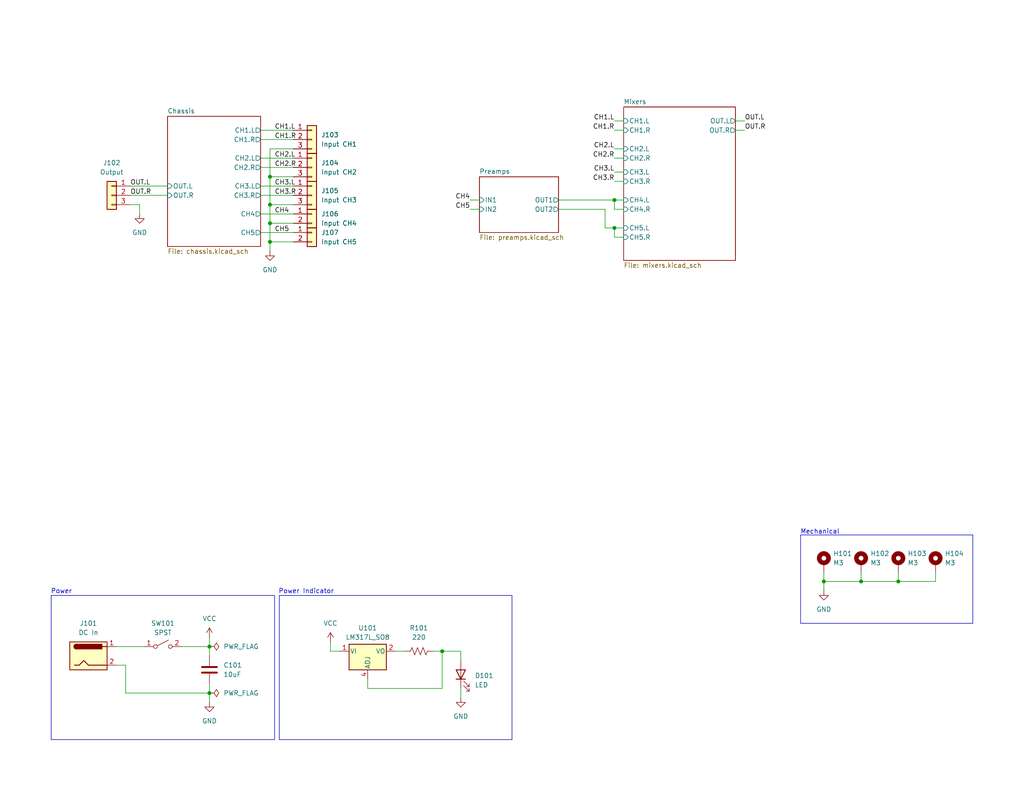
<source format=kicad_sch>
(kicad_sch (version 20250114) (generator "eeschema") (generator_version "9.0")
  (paper "USLetter")
  (title_block (title "Stereo Mixer") (date "2025-10-30") (rev "1.0") (company "vladaviedov.org") (comment 1 "Power: 12-30V Barrel Jack") (comment 2 "CH4-5: Instrument Mono") (comment 3 "CH1-3: Line Stereo") (comment 4 "Up to 5 channels"))
  (lib_symbols
    (symbol "Connector:Barrel_Jack" (pin_names (offset 1.016))
      (property "Reference" "J" (at 0 5.334 0))
      (property "Value" "Barrel_Jack" (at 0 -5.08 0))
      (symbol "Barrel_Jack_0_1"
        (rectangle (start -5.08 3.81) (end 5.08 -3.81) (stroke (width 0.254)) (fill (type background)))
        (polyline (pts (xy -3.81 -2.54) (xy -2.54 -2.54) (xy -1.27 -1.27) (xy 0 -2.54) (xy 2.54 -2.54) (xy 5.08 -2.54)) (stroke (width 0.254)))
        (arc (start -3.302 1.905) (mid -3.9343 2.54) (end -3.302 3.175) (stroke (width 0.254)))
        (arc (start -3.302 1.905) (mid -3.9343 2.54) (end -3.302 3.175) (stroke (width 0.254)) (fill (type outline)))
        (rectangle (start 3.683 3.175) (end -3.302 1.905) (stroke (width 0.254)) (fill (type outline)))
        (polyline (pts (xy 5.08 2.54) (xy 3.81 2.54)) (stroke (width 0.254)))
      )
      (symbol "Barrel_Jack_1_1"
        (pin passive line (at 7.62 2.54 180) (length 2.54) (name "~") (number "1"))
        (pin passive line (at 7.62 -2.54 180) (length 2.54) (name "~") (number "2"))
      )
    )
    (symbol "Connector_Generic:Conn_01x02" (pin_names (offset 1.016) (hide yes))
      (property "Reference" "J" (at 0 2.54 0))
      (property "Value" "Conn_01x02" (at 0 -5.08 0))
      (symbol "Conn_01x02_1_1"
        (rectangle (start -1.27 1.27) (end 1.27 -3.81) (stroke (width 0.254)) (fill (type background)))
        (rectangle (start -1.27 0.127) (end 0 -0.127) (stroke (width 0.1524)))
        (rectangle (start -1.27 -2.413) (end 0 -2.667) (stroke (width 0.1524)))
        (pin passive line (at -5.08 0 0) (length 3.81) (name "Pin_1") (number "1"))
        (pin passive line (at -5.08 -2.54 0) (length 3.81) (name "Pin_2") (number "2"))
      )
    )
    (symbol "Connector_Generic:Conn_01x03" (pin_names (offset 1.016) (hide yes))
      (property "Reference" "J" (at 0 5.08 0))
      (property "Value" "Conn_01x03" (at 0 -5.08 0))
      (symbol "Conn_01x03_1_1"
        (rectangle (start -1.27 3.81) (end 1.27 -3.81) (stroke (width 0.254)) (fill (type background)))
        (rectangle (start -1.27 2.667) (end 0 2.413) (stroke (width 0.1524)))
        (rectangle (start -1.27 0.127) (end 0 -0.127) (stroke (width 0.1524)))
        (rectangle (start -1.27 -2.413) (end 0 -2.667) (stroke (width 0.1524)))
        (pin passive line (at -5.08 2.54 0) (length 3.81) (name "Pin_1") (number "1"))
        (pin passive line (at -5.08 0 0) (length 3.81) (name "Pin_2") (number "2"))
        (pin passive line (at -5.08 -2.54 0) (length 3.81) (name "Pin_3") (number "3"))
      )
    )
    (symbol "Device:C" (pin_numbers (hide yes)) (pin_names (offset 0.254))
      (property "Reference" "C" (at 0.635 2.54 0))
      (property "Value" "C" (at 0.635 -2.54 0))
      (symbol "C_0_1"
        (polyline (pts (xy -2.032 0.762) (xy 2.032 0.762)) (stroke (width 0.508)))
        (polyline (pts (xy -2.032 -0.762) (xy 2.032 -0.762)) (stroke (width 0.508)))
      )
      (symbol "C_1_1"
        (pin passive line (at 0 3.81 270) (length 2.794) (name "~") (number "1"))
        (pin passive line (at 0 -3.81 90) (length 2.794) (name "~") (number "2"))
      )
    )
    (symbol "Device:LED" (pin_numbers (hide yes)) (pin_names (offset 1.016) (hide yes))
      (property "Reference" "D" (at 0 2.54 0))
      (property "Value" "LED" (at 0 -2.54 0))
      (symbol "LED_0_1"
        (polyline (pts (xy -3.048 -0.762) (xy -4.572 -2.286) (xy -3.81 -2.286) (xy -4.572 -2.286) (xy -4.572 -1.524)))
        (polyline (pts (xy -1.778 -0.762) (xy -3.302 -2.286) (xy -2.54 -2.286) (xy -3.302 -2.286) (xy -3.302 -1.524)))
        (polyline (pts (xy -1.27 0) (xy 1.27 0)))
        (polyline (pts (xy -1.27 -1.27) (xy -1.27 1.27)) (stroke (width 0.254)))
        (polyline (pts (xy 1.27 -1.27) (xy 1.27 1.27) (xy -1.27 0) (xy 1.27 -1.27)) (stroke (width 0.254)))
      )
      (symbol "LED_1_1"
        (pin passive line (at -3.81 0 0) (length 2.54) (name "K") (number "1"))
        (pin passive line (at 3.81 0 180) (length 2.54) (name "A") (number "2"))
      )
    )
    (symbol "Device:R_US" (pin_numbers (hide yes)) (pin_names (offset 0))
      (property "Reference" "R" (at 2.54 0 90))
      (property "Value" "R_US" (at -2.54 0 90))
      (symbol "R_US_0_1"
        (polyline (pts (xy 0 2.286) (xy 0 2.54)))
        (polyline (pts (xy 0 2.286) (xy 1.016 1.905) (xy 0 1.524) (xy -1.016 1.143) (xy 0 0.762)))
        (polyline (pts (xy 0 0.762) (xy 1.016 0.381) (xy 0 0) (xy -1.016 -0.381) (xy 0 -0.762)))
        (polyline (pts (xy 0 -0.762) (xy 1.016 -1.143) (xy 0 -1.524) (xy -1.016 -1.905) (xy 0 -2.286)))
        (polyline (pts (xy 0 -2.286) (xy 0 -2.54)))
      )
      (symbol "R_US_1_1"
        (pin passive line (at 0 3.81 270) (length 1.27) (name "~") (number "1"))
        (pin passive line (at 0 -3.81 90) (length 1.27) (name "~") (number "2"))
      )
    )
    (symbol "Mechanical:MountingHole_Pad" (pin_numbers (hide yes)) (pin_names (offset 1.016) (hide yes)) (in_bom no)
      (property "Reference" "H" (at 0 6.35 0))
      (property "Value" "MountingHole_Pad" (at 0 4.445 0))
      (symbol "MountingHole_Pad_0_1"
        (circle (center 0 1.27) (radius 1.27) (stroke (width 1.27)))
      )
      (symbol "MountingHole_Pad_1_1"
        (pin input line (at 0 -2.54 90) (length 2.54) (name "1") (number "1"))
      )
    )
    (symbol "Regulator_Linear:LM317L_SO8" (pin_names (offset 0.254))
      (property "Reference" "U" (at -3.81 3.175 0))
      (property "Value" "LM317L_SO8" (at 0 3.175 0))
      (symbol "LM317L_SO8_0_1"
        (rectangle (start -5.08 1.905) (end 5.08 -5.08) (stroke (width 0.254)) (fill (type background)))
      )
      (symbol "LM317L_SO8_1_1"
        (pin power_in line (at -7.62 0 0) (length 2.54) (name "VI") (number "1"))
        (pin no_connect line (at -5.08 -2.54 0) (length 2.54) (hide yes) (name "NC") (number "5"))
        (pin input line (at 0 -7.62 90) (length 2.54) (name "ADJ") (number "4"))
        (pin no_connect line (at 5.08 -2.54 180) (length 2.54) (hide yes) (name "NC") (number "8"))
        (pin power_out line (at 7.62 0 180) (length 2.54) (name "VO") (number "2"))
        (pin passive line (at 7.62 0 180) (length 2.54) (hide yes) (name "VO") (number "3"))
        (pin passive line (at 7.62 0 180) (length 2.54) (hide yes) (name "VO") (number "6"))
        (pin passive line (at 7.62 0 180) (length 2.54) (hide yes) (name "VO") (number "7"))
      )
    )
    (symbol "Switch:SW_SPST" (pin_names (offset 0) (hide yes))
      (property "Reference" "SW" (at 0 3.175 0))
      (property "Value" "SW_SPST" (at 0 -2.54 0))
      (symbol "SW_SPST_0_0"
        (circle (center -2.032 0) (radius 0.508))
        (polyline (pts (xy -1.524 0.254) (xy 1.524 1.778)))
        (circle (center 2.032 0) (radius 0.508))
      )
      (symbol "SW_SPST_1_1"
        (pin passive line (at -5.08 0 0) (length 2.54) (name "A") (number "1"))
        (pin passive line (at 5.08 0 180) (length 2.54) (name "B") (number "2"))
      )
    )
    (symbol "power:GND" (power) (pin_numbers (hide yes)) (pin_names (offset 0) (hide yes))
      (property "Value" "GND" (at 0 -3.81 0))
      (symbol "GND_0_1"
        (polyline (pts (xy 0 0) (xy 0 -1.27) (xy 1.27 -1.27) (xy 0 -2.54) (xy -1.27 -1.27) (xy 0 -1.27)))
      )
      (symbol "GND_1_1"
        (pin power_in line (at 0 0 270) (length 0) (name "~") (number "1"))
      )
    )
    (symbol "power:PWR_FLAG" (power) (pin_numbers (hide yes)) (pin_names (offset 0) (hide yes))
      (property "Value" "PWR_FLAG" (at 0 3.81 0))
      (symbol "PWR_FLAG_0_0"
        (pin power_out line (at 0 0 90) (length 0) (name "~") (number "1"))
      )
      (symbol "PWR_FLAG_0_1"
        (polyline (pts (xy 0 0) (xy 0 1.27) (xy -1.016 1.905) (xy 0 2.54) (xy 1.016 1.905) (xy 0 1.27)))
      )
    )
    (symbol "power:VCC" (power) (pin_numbers (hide yes)) (pin_names (offset 0) (hide yes))
      (property "Value" "VCC" (at 0 3.556 0))
      (symbol "VCC_0_1"
        (polyline (pts (xy -0.762 1.27) (xy 0 2.54)))
        (polyline (pts (xy 0 2.54) (xy 0.762 1.27)))
        (polyline (pts (xy 0 0) (xy 0 2.54)))
      )
      (symbol "VCC_1_1"
        (pin power_in line (at 0 0 90) (length 0) (name "~") (number "1"))
      )
    )
  )
  (rectangle (start 76.2 162.56) (end 139.7 201.93))
  (rectangle (start 13.97 162.56) (end 74.93 201.93))
  (rectangle (start 218.44 146.05) (end 265.43 170.18))
  (text "Power Indicator" (at 83.566 161.544 0) (effects (font (size 1.27 1.27))))
  (text "Mechanical" (at 223.774 145.288 0) (effects (font (size 1.27 1.27))))
  (text "Power" (at 16.764 161.544 0) (effects (font (size 1.27 1.27))))
  (junction (at 73.66 66.04))
  (junction (at 245.11 158.75))
  (junction (at 73.66 55.88))
  (junction (at 167.64 62.23))
  (junction (at 224.79 158.75))
  (junction (at 73.66 60.96))
  (junction (at 167.64 54.61))
  (junction (at 57.15 176.53))
  (junction (at 120.65 177.8))
  (junction (at 234.95 158.75))
  (junction (at 73.66 48.26))
  (junction (at 57.15 189.23))
  (wire (pts (xy 120.65 177.8) (xy 118.11 177.8)))
  (wire (pts (xy 125.73 187.96) (xy 125.73 190.5)))
  (wire (pts (xy 73.66 55.88) (xy 73.66 60.96)))
  (wire (pts (xy 71.12 63.5) (xy 80.01 63.5)))
  (wire (pts (xy 71.12 45.72) (xy 80.01 45.72)))
  (wire (pts (xy 73.66 40.64) (xy 80.01 40.64)))
  (wire (pts (xy 100.33 185.42) (xy 100.33 187.96)))
  (wire (pts (xy 120.65 187.96) (xy 120.65 177.8)))
  (wire (pts (xy 167.64 62.23) (xy 165.1 62.23)))
  (wire (pts (xy 224.79 158.75) (xy 234.95 158.75)))
  (wire (pts (xy 224.79 161.29) (xy 224.79 158.75)))
  (wire (pts (xy 38.1 58.42) (xy 38.1 55.88)))
  (wire (pts (xy 167.64 54.61) (xy 170.18 54.61)))
  (wire (pts (xy 170.18 64.77) (xy 167.64 64.77)))
  (wire (pts (xy 49.53 176.53) (xy 57.15 176.53)))
  (wire (pts (xy 71.12 53.34) (xy 80.01 53.34)))
  (wire (pts (xy 167.64 43.18) (xy 170.18 43.18)))
  (wire (pts (xy 57.15 186.69) (xy 57.15 189.23)))
  (wire (pts (xy 167.64 35.56) (xy 170.18 35.56)))
  (wire (pts (xy 73.66 68.58) (xy 73.66 66.04)))
  (wire (pts (xy 57.15 189.23) (xy 34.29 189.23)))
  (wire (pts (xy 255.27 158.75) (xy 255.27 156.21)))
  (wire (pts (xy 245.11 158.75) (xy 255.27 158.75)))
  (wire (pts (xy 125.73 177.8) (xy 125.73 180.34)))
  (wire (pts (xy 200.66 33.02) (xy 203.2 33.02)))
  (wire (pts (xy 57.15 173.99) (xy 57.15 176.53)))
  (wire (pts (xy 167.64 54.61) (xy 167.64 57.15)))
  (wire (pts (xy 200.66 35.56) (xy 203.2 35.56)))
  (wire (pts (xy 73.66 48.26) (xy 73.66 40.64)))
  (wire (pts (xy 167.64 64.77) (xy 167.64 62.23)))
  (wire (pts (xy 167.64 49.53) (xy 170.18 49.53)))
  (wire (pts (xy 120.65 177.8) (xy 125.73 177.8)))
  (wire (pts (xy 170.18 57.15) (xy 167.64 57.15)))
  (wire (pts (xy 57.15 189.23) (xy 57.15 191.77)))
  (wire (pts (xy 128.27 57.15) (xy 130.81 57.15)))
  (wire (pts (xy 73.66 66.04) (xy 80.01 66.04)))
  (wire (pts (xy 35.56 50.8) (xy 45.72 50.8)))
  (wire (pts (xy 71.12 50.8) (xy 80.01 50.8)))
  (wire (pts (xy 167.64 40.64) (xy 170.18 40.64)))
  (wire (pts (xy 35.56 53.34) (xy 45.72 53.34)))
  (wire (pts (xy 165.1 62.23) (xy 165.1 57.15)))
  (wire (pts (xy 73.66 55.88) (xy 73.66 48.26)))
  (wire (pts (xy 34.29 181.61) (xy 34.29 189.23)))
  (wire (pts (xy 73.66 48.26) (xy 80.01 48.26)))
  (wire (pts (xy 71.12 43.18) (xy 80.01 43.18)))
  (wire (pts (xy 128.27 54.61) (xy 130.81 54.61)))
  (wire (pts (xy 73.66 60.96) (xy 73.66 66.04)))
  (wire (pts (xy 167.64 62.23) (xy 170.18 62.23)))
  (wire (pts (xy 167.64 46.99) (xy 170.18 46.99)))
  (wire (pts (xy 90.17 175.26) (xy 90.17 177.8)))
  (wire (pts (xy 31.75 181.61) (xy 34.29 181.61)))
  (wire (pts (xy 234.95 156.21) (xy 234.95 158.75)))
  (wire (pts (xy 224.79 156.21) (xy 224.79 158.75)))
  (wire (pts (xy 100.33 187.96) (xy 120.65 187.96)))
  (wire (pts (xy 90.17 177.8) (xy 92.71 177.8)))
  (wire (pts (xy 245.11 156.21) (xy 245.11 158.75)))
  (wire (pts (xy 107.95 177.8) (xy 110.49 177.8)))
  (wire (pts (xy 71.12 35.56) (xy 80.01 35.56)))
  (wire (pts (xy 234.95 158.75) (xy 245.11 158.75)))
  (wire (pts (xy 167.64 33.02) (xy 170.18 33.02)))
  (wire (pts (xy 152.4 54.61) (xy 167.64 54.61)))
  (wire (pts (xy 35.56 55.88) (xy 38.1 55.88)))
  (wire (pts (xy 73.66 60.96) (xy 80.01 60.96)))
  (wire (pts (xy 57.15 176.53) (xy 57.15 179.07)))
  (wire (pts (xy 152.4 57.15) (xy 165.1 57.15)))
  (wire (pts (xy 73.66 55.88) (xy 80.01 55.88)))
  (wire (pts (xy 71.12 58.42) (xy 80.01 58.42)))
  (wire (pts (xy 31.75 176.53) (xy 39.37 176.53)))
  (wire (pts (xy 71.12 38.1) (xy 80.01 38.1)))
  (label "CH3.R" (at 167.64 49.53 180))
  (label "CH5" (at 128.27 57.15 180))
  (label "CH3.L" (at 167.64 46.99 180))
  (label "OUT.R" (at 203.2 35.56 0))
  (label "CH2.R" (at 74.93 45.72 0))
  (label "CH3.L" (at 74.93 50.8 0))
  (label "CH2.L" (at 167.64 40.64 180))
  (label "OUT.L" (at 203.2 33.02 0))
  (label "CH2.R" (at 167.64 43.18 180))
  (label "CH1.L" (at 167.64 33.02 180))
  (label "CH4" (at 74.93 58.42 0))
  (label "OUT.L" (at 35.56 50.8 0))
  (label "CH1.L" (at 74.93 35.56 0))
  (label "OUT.R" (at 35.56 53.34 0))
  (label "CH2.L" (at 74.93 43.18 0))
  (label "CH4" (at 128.27 54.61 180))
  (label "CH3.R" (at 74.93 53.34 0))
  (label "CH5" (at 74.93 63.5 0))
  (label "CH1.R" (at 167.64 35.56 180))
  (label "CH1.R" (at 74.93 38.1 0))
  (symbol (lib_id "power:VCC") (at 90.17 175.26 0) (unit 1)
    (property "Reference" "#PWR0105" (effects (hide yes)))
    (property "Value" "VCC" (at 90.17 170.18 0))
    (property "Description" "Power symbol creates a global label with name \"VCC\"" (effects (hide yes)))
  )
  (symbol (lib_id "Connector_Generic:Conn_01x03") (at 85.09 53.34 0) (unit 1) (in_bom no)
    (property "Reference" "J105" (at 87.63 52.0699 0) (effects (justify left)))
    (property "Value" "Input CH3" (at 87.63 54.6099 0) (effects (justify left)))
    (property "Footprint" "Custom:ChassisMount_Wire-0.25sqmm_1x03_P4.2mm_D0.65mm_OD1.7mm_1" (effects (hide yes)))
    (property "Description" "Generic connector, single row, 01x03, script generated (kicad-library-utils/schlib/autogen/connector/)" (effects (hide yes)))
    (property "Supplier" "N/A" (effects (hide yes)))
  )
  (symbol (lib_id "Mechanical:MountingHole_Pad") (at 255.27 153.67 0) (unit 1) (in_bom no)
    (property "Reference" "H104" (at 257.81 151.1299 0) (effects (justify left)))
    (property "Value" "M3" (at 257.81 153.6699 0) (effects (justify left)))
    (property "Footprint" "MountingHole:MountingHole_3.2mm_M3_Pad" (effects (hide yes)))
    (property "Description" "Mounting Hole with connection" (effects (hide yes)))
    (property "Supplier" "N/A" (effects (hide yes)))
  )
  (symbol (lib_id "power:PWR_FLAG") (at 57.15 189.23 270) (unit 1)
    (property "Reference" "#FLG0102" (effects (hide yes)))
    (property "Value" "PWR_FLAG" (at 60.96 189.2299 90) (effects (justify left)))
    (property "Description" "Special symbol for telling ERC where power comes from" (effects (hide yes)))
  )
  (symbol (lib_id "Mechanical:MountingHole_Pad") (at 224.79 153.67 0) (unit 1) (in_bom no)
    (property "Reference" "H101" (at 227.33 151.1299 0) (effects (justify left)))
    (property "Value" "M3" (at 227.33 153.6699 0) (effects (justify left)))
    (property "Footprint" "MountingHole:MountingHole_3.2mm_M3_Pad" (effects (hide yes)))
    (property "Description" "Mounting Hole with connection" (effects (hide yes)))
    (property "Supplier" "N/A" (effects (hide yes)))
  )
  (symbol (lib_id "Device:LED") (at 125.73 184.15 90) (unit 1)
    (property "Reference" "D101" (at 129.54 184.4674 90) (effects (justify right)))
    (property "Value" "LED" (at 129.54 187.0074 90) (effects (justify right)))
    (property "Footprint" "LED_THT:LED_D5.0mm" (effects (hide yes)))
    (property "Description" "Light emitting diode" (effects (hide yes)))
    (property "Sim.Pins" "1=K 2=A" (effects (hide yes)))
    (property "Supplier" "Generic" (effects (hide yes)))
  )
  (symbol (lib_id "power:GND") (at 57.15 191.77 0) (unit 1)
    (property "Reference" "#PWR0103" (effects (hide yes)))
    (property "Value" "GND" (at 57.15 196.85 0))
    (property "Description" "Power symbol creates a global label with name \"GND\" , ground" (effects (hide yes)))
  )
  (symbol (lib_id "Device:R_US") (at 114.3 177.8 90) (unit 1)
    (property "Reference" "R101" (at 114.3 171.45 90))
    (property "Value" "220" (at 114.3 173.99 90))
    (property "Footprint" "Resistor_SMD:R_1206_3216Metric" (effects (hide yes)))
    (property "Description" "Resistor, US symbol" (effects (hide yes)))
    (property "Supplier" "https://www.digikey.com/en/products/detail/yageo/RC1206FR-13220RL/14286408" (effects (hide yes)))
  )
  (symbol (lib_id "Device:C") (at 57.15 182.88 0) (unit 1)
    (property "Reference" "C101" (at 60.96 181.6099 0) (effects (justify left)))
    (property "Value" "10uF" (at 60.96 184.1499 0) (effects (justify left)))
    (property "Footprint" "Capacitor_SMD:C_1206_3216Metric" (effects (hide yes)))
    (property "Description" "Unpolarized capacitor" (effects (hide yes)))
    (property "Supplier" "https://www.digikey.com/en/products/detail/samsung-electro-mechanics/CL31A106KBHNNNE/3888534" (effects (hide yes)))
  )
  (symbol (lib_id "Connector_Generic:Conn_01x03") (at 30.48 53.34 0) (mirror y) (unit 1) (in_bom no)
    (property "Reference" "J102" (at 30.48 44.45 0))
    (property "Value" "Output" (at 30.48 46.99 0))
    (property "Footprint" "Custom:ChassisMount_Wire-0.25sqmm_1x03_P4.2mm_D0.65mm_OD1.7mm_1" (effects (hide yes)))
    (property "Description" "Generic connector, single row, 01x03, script generated (kicad-library-utils/schlib/autogen/connector/)" (effects (hide yes)))
    (property "Supplier" "N/A" (effects (hide yes)))
  )
  (symbol (lib_id "Connector_Generic:Conn_01x03") (at 85.09 38.1 0) (unit 1) (in_bom no)
    (property "Reference" "J103" (at 87.63 36.8299 0) (effects (justify left)))
    (property "Value" "Input CH1" (at 87.63 39.3699 0) (effects (justify left)))
    (property "Footprint" "Custom:ChassisMount_Wire-0.25sqmm_1x03_P4.2mm_D0.65mm_OD1.7mm_1" (effects (hide yes)))
    (property "Description" "Generic connector, single row, 01x03, script generated (kicad-library-utils/schlib/autogen/connector/)" (effects (hide yes)))
    (property "Supplier" "N/A" (effects (hide yes)))
  )
  (symbol (lib_id "power:PWR_FLAG") (at 57.15 176.53 270) (unit 1)
    (property "Reference" "#FLG0101" (effects (hide yes)))
    (property "Value" "PWR_FLAG" (at 60.96 176.5299 90) (effects (justify left)))
    (property "Description" "Special symbol for telling ERC where power comes from" (effects (hide yes)))
  )
  (symbol (lib_id "Switch:SW_SPST") (at 44.45 176.53 0) (unit 1)
    (property "Reference" "SW101" (at 44.45 170.18 0))
    (property "Value" "SPST" (at 44.45 172.72 0))
    (property "Footprint" "Custom:ChassisMount_Wire-0.25sqmm_1x02_P4.2mm_D0.65mm_OD1.7mm_1_1" (effects (hide yes)))
    (property "Description" "Single Pole Single Throw (SPST) switch" (effects (hide yes)))
  )
  (symbol (lib_id "Connector_Generic:Conn_01x02") (at 85.09 58.42 0) (unit 1) (in_bom no)
    (property "Reference" "J106" (at 87.63 58.4199 0) (effects (justify left)))
    (property "Value" "Input CH4" (at 87.63 60.9599 0) (effects (justify left)))
    (property "Footprint" "Custom:ChassisMount_Wire-0.25sqmm_1x02_P4.2mm_D0.65mm_OD1.7mm_1_1" (effects (hide yes)))
    (property "Description" "Generic connector, single row, 01x02, script generated (kicad-library-utils/schlib/autogen/connector/)" (effects (hide yes)))
    (property "Supplier" "N/A" (effects (hide yes)))
  )
  (symbol (lib_id "Mechanical:MountingHole_Pad") (at 245.11 153.67 0) (unit 1) (in_bom no)
    (property "Reference" "H103" (at 247.65 151.1299 0) (effects (justify left)))
    (property "Value" "M3" (at 247.65 153.6699 0) (effects (justify left)))
    (property "Footprint" "MountingHole:MountingHole_3.2mm_M3_Pad" (effects (hide yes)))
    (property "Description" "Mounting Hole with connection" (effects (hide yes)))
    (property "Supplier" "N/A" (effects (hide yes)))
  )
  (symbol (lib_id "Connector:Barrel_Jack") (at 24.13 179.07 0) (unit 1)
    (property "Reference" "J101" (at 24.13 170.18 0))
    (property "Value" "DC In" (at 24.13 172.72 0))
    (property "Footprint" "PJ-037A:CUI_PJ-037A" (effects (hide yes)))
    (property "Description" "DC Barrel Jack" (effects (hide yes)))
    (property "Supplier" "https://www.digikey.com/en/products/detail/same-sky-formerly-cui-devices/pj-037a/1644545" (effects (hide yes)))
  )
  (symbol (lib_id "power:GND") (at 224.79 161.29 0) (unit 1) (in_bom no)
    (property "Reference" "#PWR0107" (effects (hide yes)))
    (property "Value" "GND" (at 224.79 166.37 0))
    (property "Description" "Power symbol creates a global label with name \"GND\" , ground" (effects (hide yes)))
  )
  (symbol (lib_id "power:GND") (at 38.1 58.42 0) (unit 1)
    (property "Reference" "#PWR0101" (effects (hide yes)))
    (property "Value" "GND" (at 38.1 63.5 0))
    (property "Description" "Power symbol creates a global label with name \"GND\" , ground" (effects (hide yes)))
  )
  (symbol (lib_id "Regulator_Linear:LM317L_SO8") (at 100.33 177.8 0) (unit 1)
    (property "Reference" "U101" (at 100.33 171.45 0))
    (property "Value" "LM317L_SO8" (at 100.33 173.99 0))
    (property "Footprint" "Package_SO:SOIC-8_3.9x4.9mm_P1.27mm" (effects (hide yes)))
    (property "Datasheet" "http://www.ti.com/lit/ds/snvs775k/snvs775k.pdf" (effects (hide yes)))
    (property "Description" "100mA 35V Adjustable Linear Regulator, SO-8" (effects (hide yes)))
    (property "Supplier" "https://www.digikey.com/en/products/detail/onsemi/LM317LDR2G/918503" (effects (hide yes)))
  )
  (symbol (lib_id "Connector_Generic:Conn_01x03") (at 85.09 45.72 0) (unit 1) (in_bom no)
    (property "Reference" "J104" (at 87.63 44.4499 0) (effects (justify left)))
    (property "Value" "Input CH2" (at 87.63 46.9899 0) (effects (justify left)))
    (property "Footprint" "Custom:ChassisMount_Wire-0.25sqmm_1x03_P4.2mm_D0.65mm_OD1.7mm_1" (effects (hide yes)))
    (property "Description" "Generic connector, single row, 01x03, script generated (kicad-library-utils/schlib/autogen/connector/)" (effects (hide yes)))
    (property "Supplier" "N/A" (effects (hide yes)))
  )
  (symbol (lib_id "power:GND") (at 125.73 190.5 0) (unit 1)
    (property "Reference" "#PWR0106" (effects (hide yes)))
    (property "Value" "GND" (at 125.73 195.58 0))
    (property "Description" "Power symbol creates a global label with name \"GND\" , ground" (effects (hide yes)))
  )
  (symbol (lib_id "Mechanical:MountingHole_Pad") (at 234.95 153.67 0) (unit 1) (in_bom no)
    (property "Reference" "H102" (at 237.49 151.1299 0) (effects (justify left)))
    (property "Value" "M3" (at 237.49 153.6699 0) (effects (justify left)))
    (property "Footprint" "MountingHole:MountingHole_3.2mm_M3_Pad" (effects (hide yes)))
    (property "Description" "Mounting Hole with connection" (effects (hide yes)))
    (property "Supplier" "N/A" (effects (hide yes)))
  )
  (symbol (lib_id "power:GND") (at 73.66 68.58 0) (unit 1)
    (property "Reference" "#PWR0104" (effects (hide yes)))
    (property "Value" "GND" (at 73.66 73.66 0))
    (property "Description" "Power symbol creates a global label with name \"GND\" , ground" (effects (hide yes)))
  )
  (symbol (lib_id "Connector_Generic:Conn_01x02") (at 85.09 63.5 0) (unit 1) (in_bom no)
    (property "Reference" "J107" (at 87.63 63.4999 0) (effects (justify left)))
    (property "Value" "Input CH5" (at 87.63 66.0399 0) (effects (justify left)))
    (property "Footprint" "Custom:ChassisMount_Wire-0.25sqmm_1x02_P4.2mm_D0.65mm_OD1.7mm_1_1" (effects (hide yes)))
    (property "Description" "Generic connector, single row, 01x02, script generated (kicad-library-utils/schlib/autogen/connector/)" (effects (hide yes)))
    (property "Supplier" "N/A" (effects (hide yes)))
  )
  (symbol (lib_id "power:VCC") (at 57.15 173.99 0) (unit 1)
    (property "Reference" "#PWR0102" (effects (hide yes)))
    (property "Value" "VCC" (at 57.15 168.91 0))
    (property "Description" "Power symbol creates a global label with name \"VCC\"" (effects (hide yes)))
  )
  (sheet (at 130.81 48.26) (size 21.59 15.24) (stroke (width 0.1524))
    (property "Sheetname" "Preamps" (at 130.81 47.5484 0) (effects (justify left bottom)))
    (property "Sheetfile" "preamps.kicad_sch" (at 130.81 64.0846 0) (effects (justify left top)))
    (pin "IN1" input (at 130.81 54.61 180))
    (pin "OUT1" output (at 152.4 54.61 0))
    (pin "IN2" input (at 130.81 57.15 180))
    (pin "OUT2" output (at 152.4 57.15 0))
  )
  (sheet (at 45.72 31.75) (size 25.4 35.56) (on_board no) (stroke (width 0.1524))
    (property "Sheetname" "Chassis" (at 45.72 31.0384 0) (effects (justify left bottom)))
    (property "Sheetfile" "chassis.kicad_sch" (at 45.72 67.8946 0) (effects (justify left top)))
    (pin "CH1.L" output (at 71.12 35.56 0))
    (pin "CH1.R" output (at 71.12 38.1 0))
    (pin "CH2.L" output (at 71.12 43.18 0))
    (pin "CH2.R" output (at 71.12 45.72 0))
    (pin "CH3.L" output (at 71.12 50.8 0))
    (pin "CH3.R" output (at 71.12 53.34 0))
    (pin "OUT.L" input (at 45.72 50.8 180))
    (pin "OUT.R" input (at 45.72 53.34 180))
    (pin "CH4" output (at 71.12 58.42 0))
    (pin "CH5" output (at 71.12 63.5 0))
  )
  (sheet (at 170.18 29.21) (size 30.48 41.91) (stroke (width 0.1524))
    (property "Sheetname" "Mixers" (at 170.18 28.4984 0) (effects (justify left bottom)))
    (property "Sheetfile" "mixers.kicad_sch" (at 170.18 71.7046 0) (effects (justify left top)))
    (pin "CH1.L" input (at 170.18 33.02 180))
    (pin "OUT.L" output (at 200.66 33.02 0))
    (pin "OUT.R" output (at 200.66 35.56 0))
    (pin "CH1.R" input (at 170.18 35.56 180))
    (pin "CH2.L" input (at 170.18 40.64 180))
    (pin "CH2.R" input (at 170.18 43.18 180))
    (pin "CH3.L" input (at 170.18 46.99 180))
    (pin "CH3.R" input (at 170.18 49.53 180))
    (pin "CH4.L" input (at 170.18 54.61 180))
    (pin "CH4.R" input (at 170.18 57.15 180))
    (pin "CH5.L" input (at 170.18 62.23 180))
    (pin "CH5.R" input (at 170.18 64.77 180))
  )
)
</source>
